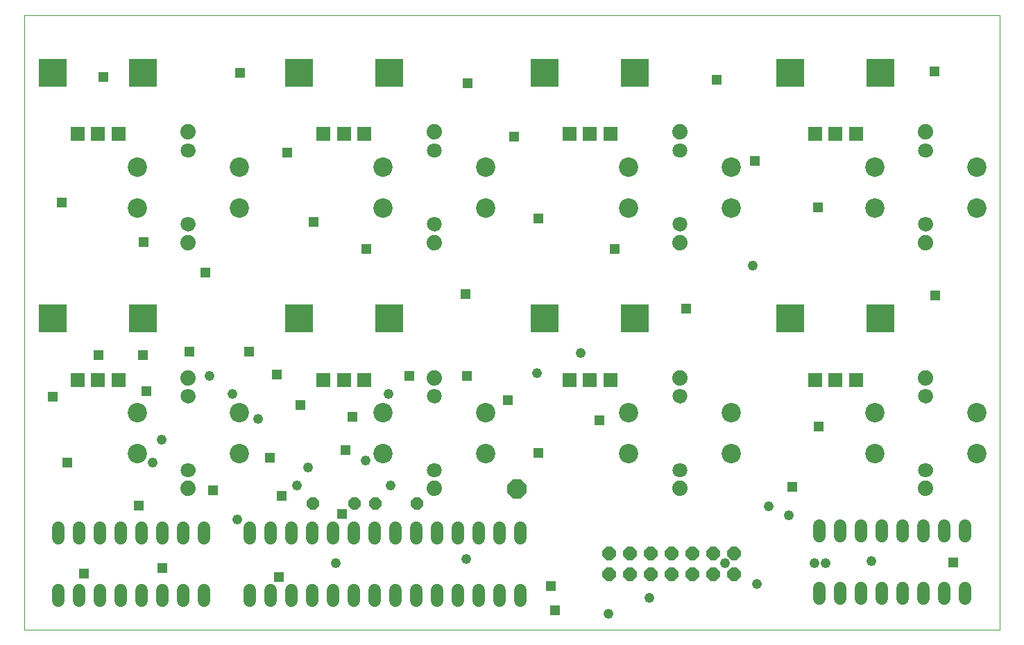
<source format=gts>
G75*
%MOIN*%
%OFA0B0*%
%FSLAX24Y24*%
%IPPOS*%
%LPD*%
%AMOC8*
5,1,8,0,0,1.08239X$1,22.5*
%
%ADD10C,0.0000*%
%ADD11C,0.0600*%
%ADD12OC8,0.0600*%
%ADD13OC8,0.0930*%
%ADD14C,0.0930*%
%ADD15C,0.0740*%
%ADD16C,0.0710*%
%ADD17OC8,0.0640*%
%ADD18R,0.0674X0.0674*%
%ADD19R,0.1346X0.1346*%
%ADD20R,0.0476X0.0476*%
%ADD21C,0.0480*%
D10*
X000870Y000574D02*
X000870Y030101D01*
X047721Y030101D01*
X047721Y000574D01*
X000870Y000574D01*
X008429Y008251D02*
X008431Y008286D01*
X008437Y008321D01*
X008447Y008355D01*
X008460Y008388D01*
X008477Y008419D01*
X008498Y008447D01*
X008521Y008474D01*
X008548Y008497D01*
X008576Y008518D01*
X008607Y008535D01*
X008640Y008548D01*
X008674Y008558D01*
X008709Y008564D01*
X008744Y008566D01*
X008779Y008564D01*
X008814Y008558D01*
X008848Y008548D01*
X008881Y008535D01*
X008912Y008518D01*
X008940Y008497D01*
X008967Y008474D01*
X008990Y008447D01*
X009011Y008419D01*
X009028Y008388D01*
X009041Y008355D01*
X009051Y008321D01*
X009057Y008286D01*
X009059Y008251D01*
X009057Y008216D01*
X009051Y008181D01*
X009041Y008147D01*
X009028Y008114D01*
X009011Y008083D01*
X008990Y008055D01*
X008967Y008028D01*
X008940Y008005D01*
X008912Y007984D01*
X008881Y007967D01*
X008848Y007954D01*
X008814Y007944D01*
X008779Y007938D01*
X008744Y007936D01*
X008709Y007938D01*
X008674Y007944D01*
X008640Y007954D01*
X008607Y007967D01*
X008576Y007984D01*
X008548Y008005D01*
X008521Y008028D01*
X008498Y008055D01*
X008477Y008083D01*
X008460Y008114D01*
X008447Y008147D01*
X008437Y008181D01*
X008431Y008216D01*
X008429Y008251D01*
X008429Y011794D02*
X008431Y011829D01*
X008437Y011864D01*
X008447Y011898D01*
X008460Y011931D01*
X008477Y011962D01*
X008498Y011990D01*
X008521Y012017D01*
X008548Y012040D01*
X008576Y012061D01*
X008607Y012078D01*
X008640Y012091D01*
X008674Y012101D01*
X008709Y012107D01*
X008744Y012109D01*
X008779Y012107D01*
X008814Y012101D01*
X008848Y012091D01*
X008881Y012078D01*
X008912Y012061D01*
X008940Y012040D01*
X008967Y012017D01*
X008990Y011990D01*
X009011Y011962D01*
X009028Y011931D01*
X009041Y011898D01*
X009051Y011864D01*
X009057Y011829D01*
X009059Y011794D01*
X009057Y011759D01*
X009051Y011724D01*
X009041Y011690D01*
X009028Y011657D01*
X009011Y011626D01*
X008990Y011598D01*
X008967Y011571D01*
X008940Y011548D01*
X008912Y011527D01*
X008881Y011510D01*
X008848Y011497D01*
X008814Y011487D01*
X008779Y011481D01*
X008744Y011479D01*
X008709Y011481D01*
X008674Y011487D01*
X008640Y011497D01*
X008607Y011510D01*
X008576Y011527D01*
X008548Y011548D01*
X008521Y011571D01*
X008498Y011598D01*
X008477Y011626D01*
X008460Y011657D01*
X008447Y011690D01*
X008437Y011724D01*
X008431Y011759D01*
X008429Y011794D01*
X020240Y011794D02*
X020242Y011829D01*
X020248Y011864D01*
X020258Y011898D01*
X020271Y011931D01*
X020288Y011962D01*
X020309Y011990D01*
X020332Y012017D01*
X020359Y012040D01*
X020387Y012061D01*
X020418Y012078D01*
X020451Y012091D01*
X020485Y012101D01*
X020520Y012107D01*
X020555Y012109D01*
X020590Y012107D01*
X020625Y012101D01*
X020659Y012091D01*
X020692Y012078D01*
X020723Y012061D01*
X020751Y012040D01*
X020778Y012017D01*
X020801Y011990D01*
X020822Y011962D01*
X020839Y011931D01*
X020852Y011898D01*
X020862Y011864D01*
X020868Y011829D01*
X020870Y011794D01*
X020868Y011759D01*
X020862Y011724D01*
X020852Y011690D01*
X020839Y011657D01*
X020822Y011626D01*
X020801Y011598D01*
X020778Y011571D01*
X020751Y011548D01*
X020723Y011527D01*
X020692Y011510D01*
X020659Y011497D01*
X020625Y011487D01*
X020590Y011481D01*
X020555Y011479D01*
X020520Y011481D01*
X020485Y011487D01*
X020451Y011497D01*
X020418Y011510D01*
X020387Y011527D01*
X020359Y011548D01*
X020332Y011571D01*
X020309Y011598D01*
X020288Y011626D01*
X020271Y011657D01*
X020258Y011690D01*
X020248Y011724D01*
X020242Y011759D01*
X020240Y011794D01*
X020240Y008251D02*
X020242Y008286D01*
X020248Y008321D01*
X020258Y008355D01*
X020271Y008388D01*
X020288Y008419D01*
X020309Y008447D01*
X020332Y008474D01*
X020359Y008497D01*
X020387Y008518D01*
X020418Y008535D01*
X020451Y008548D01*
X020485Y008558D01*
X020520Y008564D01*
X020555Y008566D01*
X020590Y008564D01*
X020625Y008558D01*
X020659Y008548D01*
X020692Y008535D01*
X020723Y008518D01*
X020751Y008497D01*
X020778Y008474D01*
X020801Y008447D01*
X020822Y008419D01*
X020839Y008388D01*
X020852Y008355D01*
X020862Y008321D01*
X020868Y008286D01*
X020870Y008251D01*
X020868Y008216D01*
X020862Y008181D01*
X020852Y008147D01*
X020839Y008114D01*
X020822Y008083D01*
X020801Y008055D01*
X020778Y008028D01*
X020751Y008005D01*
X020723Y007984D01*
X020692Y007967D01*
X020659Y007954D01*
X020625Y007944D01*
X020590Y007938D01*
X020555Y007936D01*
X020520Y007938D01*
X020485Y007944D01*
X020451Y007954D01*
X020418Y007967D01*
X020387Y007984D01*
X020359Y008005D01*
X020332Y008028D01*
X020309Y008055D01*
X020288Y008083D01*
X020271Y008114D01*
X020258Y008147D01*
X020248Y008181D01*
X020242Y008216D01*
X020240Y008251D01*
X032051Y008251D02*
X032053Y008286D01*
X032059Y008321D01*
X032069Y008355D01*
X032082Y008388D01*
X032099Y008419D01*
X032120Y008447D01*
X032143Y008474D01*
X032170Y008497D01*
X032198Y008518D01*
X032229Y008535D01*
X032262Y008548D01*
X032296Y008558D01*
X032331Y008564D01*
X032366Y008566D01*
X032401Y008564D01*
X032436Y008558D01*
X032470Y008548D01*
X032503Y008535D01*
X032534Y008518D01*
X032562Y008497D01*
X032589Y008474D01*
X032612Y008447D01*
X032633Y008419D01*
X032650Y008388D01*
X032663Y008355D01*
X032673Y008321D01*
X032679Y008286D01*
X032681Y008251D01*
X032679Y008216D01*
X032673Y008181D01*
X032663Y008147D01*
X032650Y008114D01*
X032633Y008083D01*
X032612Y008055D01*
X032589Y008028D01*
X032562Y008005D01*
X032534Y007984D01*
X032503Y007967D01*
X032470Y007954D01*
X032436Y007944D01*
X032401Y007938D01*
X032366Y007936D01*
X032331Y007938D01*
X032296Y007944D01*
X032262Y007954D01*
X032229Y007967D01*
X032198Y007984D01*
X032170Y008005D01*
X032143Y008028D01*
X032120Y008055D01*
X032099Y008083D01*
X032082Y008114D01*
X032069Y008147D01*
X032059Y008181D01*
X032053Y008216D01*
X032051Y008251D01*
X032051Y011794D02*
X032053Y011829D01*
X032059Y011864D01*
X032069Y011898D01*
X032082Y011931D01*
X032099Y011962D01*
X032120Y011990D01*
X032143Y012017D01*
X032170Y012040D01*
X032198Y012061D01*
X032229Y012078D01*
X032262Y012091D01*
X032296Y012101D01*
X032331Y012107D01*
X032366Y012109D01*
X032401Y012107D01*
X032436Y012101D01*
X032470Y012091D01*
X032503Y012078D01*
X032534Y012061D01*
X032562Y012040D01*
X032589Y012017D01*
X032612Y011990D01*
X032633Y011962D01*
X032650Y011931D01*
X032663Y011898D01*
X032673Y011864D01*
X032679Y011829D01*
X032681Y011794D01*
X032679Y011759D01*
X032673Y011724D01*
X032663Y011690D01*
X032650Y011657D01*
X032633Y011626D01*
X032612Y011598D01*
X032589Y011571D01*
X032562Y011548D01*
X032534Y011527D01*
X032503Y011510D01*
X032470Y011497D01*
X032436Y011487D01*
X032401Y011481D01*
X032366Y011479D01*
X032331Y011481D01*
X032296Y011487D01*
X032262Y011497D01*
X032229Y011510D01*
X032198Y011527D01*
X032170Y011548D01*
X032143Y011571D01*
X032120Y011598D01*
X032099Y011626D01*
X032082Y011657D01*
X032069Y011690D01*
X032059Y011724D01*
X032053Y011759D01*
X032051Y011794D01*
X043862Y011794D02*
X043864Y011829D01*
X043870Y011864D01*
X043880Y011898D01*
X043893Y011931D01*
X043910Y011962D01*
X043931Y011990D01*
X043954Y012017D01*
X043981Y012040D01*
X044009Y012061D01*
X044040Y012078D01*
X044073Y012091D01*
X044107Y012101D01*
X044142Y012107D01*
X044177Y012109D01*
X044212Y012107D01*
X044247Y012101D01*
X044281Y012091D01*
X044314Y012078D01*
X044345Y012061D01*
X044373Y012040D01*
X044400Y012017D01*
X044423Y011990D01*
X044444Y011962D01*
X044461Y011931D01*
X044474Y011898D01*
X044484Y011864D01*
X044490Y011829D01*
X044492Y011794D01*
X044490Y011759D01*
X044484Y011724D01*
X044474Y011690D01*
X044461Y011657D01*
X044444Y011626D01*
X044423Y011598D01*
X044400Y011571D01*
X044373Y011548D01*
X044345Y011527D01*
X044314Y011510D01*
X044281Y011497D01*
X044247Y011487D01*
X044212Y011481D01*
X044177Y011479D01*
X044142Y011481D01*
X044107Y011487D01*
X044073Y011497D01*
X044040Y011510D01*
X044009Y011527D01*
X043981Y011548D01*
X043954Y011571D01*
X043931Y011598D01*
X043910Y011626D01*
X043893Y011657D01*
X043880Y011690D01*
X043870Y011724D01*
X043864Y011759D01*
X043862Y011794D01*
X043862Y008251D02*
X043864Y008286D01*
X043870Y008321D01*
X043880Y008355D01*
X043893Y008388D01*
X043910Y008419D01*
X043931Y008447D01*
X043954Y008474D01*
X043981Y008497D01*
X044009Y008518D01*
X044040Y008535D01*
X044073Y008548D01*
X044107Y008558D01*
X044142Y008564D01*
X044177Y008566D01*
X044212Y008564D01*
X044247Y008558D01*
X044281Y008548D01*
X044314Y008535D01*
X044345Y008518D01*
X044373Y008497D01*
X044400Y008474D01*
X044423Y008447D01*
X044444Y008419D01*
X044461Y008388D01*
X044474Y008355D01*
X044484Y008321D01*
X044490Y008286D01*
X044492Y008251D01*
X044490Y008216D01*
X044484Y008181D01*
X044474Y008147D01*
X044461Y008114D01*
X044444Y008083D01*
X044423Y008055D01*
X044400Y008028D01*
X044373Y008005D01*
X044345Y007984D01*
X044314Y007967D01*
X044281Y007954D01*
X044247Y007944D01*
X044212Y007938D01*
X044177Y007936D01*
X044142Y007938D01*
X044107Y007944D01*
X044073Y007954D01*
X044040Y007967D01*
X044009Y007984D01*
X043981Y008005D01*
X043954Y008028D01*
X043931Y008055D01*
X043910Y008083D01*
X043893Y008114D01*
X043880Y008147D01*
X043870Y008181D01*
X043864Y008216D01*
X043862Y008251D01*
X043862Y020062D02*
X043864Y020097D01*
X043870Y020132D01*
X043880Y020166D01*
X043893Y020199D01*
X043910Y020230D01*
X043931Y020258D01*
X043954Y020285D01*
X043981Y020308D01*
X044009Y020329D01*
X044040Y020346D01*
X044073Y020359D01*
X044107Y020369D01*
X044142Y020375D01*
X044177Y020377D01*
X044212Y020375D01*
X044247Y020369D01*
X044281Y020359D01*
X044314Y020346D01*
X044345Y020329D01*
X044373Y020308D01*
X044400Y020285D01*
X044423Y020258D01*
X044444Y020230D01*
X044461Y020199D01*
X044474Y020166D01*
X044484Y020132D01*
X044490Y020097D01*
X044492Y020062D01*
X044490Y020027D01*
X044484Y019992D01*
X044474Y019958D01*
X044461Y019925D01*
X044444Y019894D01*
X044423Y019866D01*
X044400Y019839D01*
X044373Y019816D01*
X044345Y019795D01*
X044314Y019778D01*
X044281Y019765D01*
X044247Y019755D01*
X044212Y019749D01*
X044177Y019747D01*
X044142Y019749D01*
X044107Y019755D01*
X044073Y019765D01*
X044040Y019778D01*
X044009Y019795D01*
X043981Y019816D01*
X043954Y019839D01*
X043931Y019866D01*
X043910Y019894D01*
X043893Y019925D01*
X043880Y019958D01*
X043870Y019992D01*
X043864Y020027D01*
X043862Y020062D01*
X043862Y023605D02*
X043864Y023640D01*
X043870Y023675D01*
X043880Y023709D01*
X043893Y023742D01*
X043910Y023773D01*
X043931Y023801D01*
X043954Y023828D01*
X043981Y023851D01*
X044009Y023872D01*
X044040Y023889D01*
X044073Y023902D01*
X044107Y023912D01*
X044142Y023918D01*
X044177Y023920D01*
X044212Y023918D01*
X044247Y023912D01*
X044281Y023902D01*
X044314Y023889D01*
X044345Y023872D01*
X044373Y023851D01*
X044400Y023828D01*
X044423Y023801D01*
X044444Y023773D01*
X044461Y023742D01*
X044474Y023709D01*
X044484Y023675D01*
X044490Y023640D01*
X044492Y023605D01*
X044490Y023570D01*
X044484Y023535D01*
X044474Y023501D01*
X044461Y023468D01*
X044444Y023437D01*
X044423Y023409D01*
X044400Y023382D01*
X044373Y023359D01*
X044345Y023338D01*
X044314Y023321D01*
X044281Y023308D01*
X044247Y023298D01*
X044212Y023292D01*
X044177Y023290D01*
X044142Y023292D01*
X044107Y023298D01*
X044073Y023308D01*
X044040Y023321D01*
X044009Y023338D01*
X043981Y023359D01*
X043954Y023382D01*
X043931Y023409D01*
X043910Y023437D01*
X043893Y023468D01*
X043880Y023501D01*
X043870Y023535D01*
X043864Y023570D01*
X043862Y023605D01*
X032051Y023605D02*
X032053Y023640D01*
X032059Y023675D01*
X032069Y023709D01*
X032082Y023742D01*
X032099Y023773D01*
X032120Y023801D01*
X032143Y023828D01*
X032170Y023851D01*
X032198Y023872D01*
X032229Y023889D01*
X032262Y023902D01*
X032296Y023912D01*
X032331Y023918D01*
X032366Y023920D01*
X032401Y023918D01*
X032436Y023912D01*
X032470Y023902D01*
X032503Y023889D01*
X032534Y023872D01*
X032562Y023851D01*
X032589Y023828D01*
X032612Y023801D01*
X032633Y023773D01*
X032650Y023742D01*
X032663Y023709D01*
X032673Y023675D01*
X032679Y023640D01*
X032681Y023605D01*
X032679Y023570D01*
X032673Y023535D01*
X032663Y023501D01*
X032650Y023468D01*
X032633Y023437D01*
X032612Y023409D01*
X032589Y023382D01*
X032562Y023359D01*
X032534Y023338D01*
X032503Y023321D01*
X032470Y023308D01*
X032436Y023298D01*
X032401Y023292D01*
X032366Y023290D01*
X032331Y023292D01*
X032296Y023298D01*
X032262Y023308D01*
X032229Y023321D01*
X032198Y023338D01*
X032170Y023359D01*
X032143Y023382D01*
X032120Y023409D01*
X032099Y023437D01*
X032082Y023468D01*
X032069Y023501D01*
X032059Y023535D01*
X032053Y023570D01*
X032051Y023605D01*
X032051Y020062D02*
X032053Y020097D01*
X032059Y020132D01*
X032069Y020166D01*
X032082Y020199D01*
X032099Y020230D01*
X032120Y020258D01*
X032143Y020285D01*
X032170Y020308D01*
X032198Y020329D01*
X032229Y020346D01*
X032262Y020359D01*
X032296Y020369D01*
X032331Y020375D01*
X032366Y020377D01*
X032401Y020375D01*
X032436Y020369D01*
X032470Y020359D01*
X032503Y020346D01*
X032534Y020329D01*
X032562Y020308D01*
X032589Y020285D01*
X032612Y020258D01*
X032633Y020230D01*
X032650Y020199D01*
X032663Y020166D01*
X032673Y020132D01*
X032679Y020097D01*
X032681Y020062D01*
X032679Y020027D01*
X032673Y019992D01*
X032663Y019958D01*
X032650Y019925D01*
X032633Y019894D01*
X032612Y019866D01*
X032589Y019839D01*
X032562Y019816D01*
X032534Y019795D01*
X032503Y019778D01*
X032470Y019765D01*
X032436Y019755D01*
X032401Y019749D01*
X032366Y019747D01*
X032331Y019749D01*
X032296Y019755D01*
X032262Y019765D01*
X032229Y019778D01*
X032198Y019795D01*
X032170Y019816D01*
X032143Y019839D01*
X032120Y019866D01*
X032099Y019894D01*
X032082Y019925D01*
X032069Y019958D01*
X032059Y019992D01*
X032053Y020027D01*
X032051Y020062D01*
X020240Y020062D02*
X020242Y020097D01*
X020248Y020132D01*
X020258Y020166D01*
X020271Y020199D01*
X020288Y020230D01*
X020309Y020258D01*
X020332Y020285D01*
X020359Y020308D01*
X020387Y020329D01*
X020418Y020346D01*
X020451Y020359D01*
X020485Y020369D01*
X020520Y020375D01*
X020555Y020377D01*
X020590Y020375D01*
X020625Y020369D01*
X020659Y020359D01*
X020692Y020346D01*
X020723Y020329D01*
X020751Y020308D01*
X020778Y020285D01*
X020801Y020258D01*
X020822Y020230D01*
X020839Y020199D01*
X020852Y020166D01*
X020862Y020132D01*
X020868Y020097D01*
X020870Y020062D01*
X020868Y020027D01*
X020862Y019992D01*
X020852Y019958D01*
X020839Y019925D01*
X020822Y019894D01*
X020801Y019866D01*
X020778Y019839D01*
X020751Y019816D01*
X020723Y019795D01*
X020692Y019778D01*
X020659Y019765D01*
X020625Y019755D01*
X020590Y019749D01*
X020555Y019747D01*
X020520Y019749D01*
X020485Y019755D01*
X020451Y019765D01*
X020418Y019778D01*
X020387Y019795D01*
X020359Y019816D01*
X020332Y019839D01*
X020309Y019866D01*
X020288Y019894D01*
X020271Y019925D01*
X020258Y019958D01*
X020248Y019992D01*
X020242Y020027D01*
X020240Y020062D01*
X020240Y023605D02*
X020242Y023640D01*
X020248Y023675D01*
X020258Y023709D01*
X020271Y023742D01*
X020288Y023773D01*
X020309Y023801D01*
X020332Y023828D01*
X020359Y023851D01*
X020387Y023872D01*
X020418Y023889D01*
X020451Y023902D01*
X020485Y023912D01*
X020520Y023918D01*
X020555Y023920D01*
X020590Y023918D01*
X020625Y023912D01*
X020659Y023902D01*
X020692Y023889D01*
X020723Y023872D01*
X020751Y023851D01*
X020778Y023828D01*
X020801Y023801D01*
X020822Y023773D01*
X020839Y023742D01*
X020852Y023709D01*
X020862Y023675D01*
X020868Y023640D01*
X020870Y023605D01*
X020868Y023570D01*
X020862Y023535D01*
X020852Y023501D01*
X020839Y023468D01*
X020822Y023437D01*
X020801Y023409D01*
X020778Y023382D01*
X020751Y023359D01*
X020723Y023338D01*
X020692Y023321D01*
X020659Y023308D01*
X020625Y023298D01*
X020590Y023292D01*
X020555Y023290D01*
X020520Y023292D01*
X020485Y023298D01*
X020451Y023308D01*
X020418Y023321D01*
X020387Y023338D01*
X020359Y023359D01*
X020332Y023382D01*
X020309Y023409D01*
X020288Y023437D01*
X020271Y023468D01*
X020258Y023501D01*
X020248Y023535D01*
X020242Y023570D01*
X020240Y023605D01*
X008429Y023605D02*
X008431Y023640D01*
X008437Y023675D01*
X008447Y023709D01*
X008460Y023742D01*
X008477Y023773D01*
X008498Y023801D01*
X008521Y023828D01*
X008548Y023851D01*
X008576Y023872D01*
X008607Y023889D01*
X008640Y023902D01*
X008674Y023912D01*
X008709Y023918D01*
X008744Y023920D01*
X008779Y023918D01*
X008814Y023912D01*
X008848Y023902D01*
X008881Y023889D01*
X008912Y023872D01*
X008940Y023851D01*
X008967Y023828D01*
X008990Y023801D01*
X009011Y023773D01*
X009028Y023742D01*
X009041Y023709D01*
X009051Y023675D01*
X009057Y023640D01*
X009059Y023605D01*
X009057Y023570D01*
X009051Y023535D01*
X009041Y023501D01*
X009028Y023468D01*
X009011Y023437D01*
X008990Y023409D01*
X008967Y023382D01*
X008940Y023359D01*
X008912Y023338D01*
X008881Y023321D01*
X008848Y023308D01*
X008814Y023298D01*
X008779Y023292D01*
X008744Y023290D01*
X008709Y023292D01*
X008674Y023298D01*
X008640Y023308D01*
X008607Y023321D01*
X008576Y023338D01*
X008548Y023359D01*
X008521Y023382D01*
X008498Y023409D01*
X008477Y023437D01*
X008460Y023468D01*
X008447Y023501D01*
X008437Y023535D01*
X008431Y023570D01*
X008429Y023605D01*
X008429Y020062D02*
X008431Y020097D01*
X008437Y020132D01*
X008447Y020166D01*
X008460Y020199D01*
X008477Y020230D01*
X008498Y020258D01*
X008521Y020285D01*
X008548Y020308D01*
X008576Y020329D01*
X008607Y020346D01*
X008640Y020359D01*
X008674Y020369D01*
X008709Y020375D01*
X008744Y020377D01*
X008779Y020375D01*
X008814Y020369D01*
X008848Y020359D01*
X008881Y020346D01*
X008912Y020329D01*
X008940Y020308D01*
X008967Y020285D01*
X008990Y020258D01*
X009011Y020230D01*
X009028Y020199D01*
X009041Y020166D01*
X009051Y020132D01*
X009057Y020097D01*
X009059Y020062D01*
X009057Y020027D01*
X009051Y019992D01*
X009041Y019958D01*
X009028Y019925D01*
X009011Y019894D01*
X008990Y019866D01*
X008967Y019839D01*
X008940Y019816D01*
X008912Y019795D01*
X008881Y019778D01*
X008848Y019765D01*
X008814Y019755D01*
X008779Y019749D01*
X008744Y019747D01*
X008709Y019749D01*
X008674Y019755D01*
X008640Y019765D01*
X008607Y019778D01*
X008576Y019795D01*
X008548Y019816D01*
X008521Y019839D01*
X008498Y019866D01*
X008477Y019894D01*
X008460Y019925D01*
X008447Y019958D01*
X008437Y019992D01*
X008431Y020027D01*
X008429Y020062D01*
D11*
X008488Y005483D02*
X008488Y004963D01*
X007488Y004963D02*
X007488Y005483D01*
X006488Y005483D02*
X006488Y004963D01*
X005488Y004963D02*
X005488Y005483D01*
X004488Y005483D02*
X004488Y004963D01*
X003488Y004963D02*
X003488Y005483D01*
X002488Y005483D02*
X002488Y004963D01*
X002488Y002483D02*
X002488Y001963D01*
X003488Y001963D02*
X003488Y002483D01*
X004488Y002483D02*
X004488Y001963D01*
X005488Y001963D02*
X005488Y002483D01*
X006488Y002483D02*
X006488Y001963D01*
X007488Y001963D02*
X007488Y002483D01*
X008488Y002483D02*
X008488Y001963D01*
X009488Y001963D02*
X009488Y002483D01*
X011693Y002483D02*
X011693Y001963D01*
X012693Y001963D02*
X012693Y002483D01*
X013693Y002483D02*
X013693Y001963D01*
X014693Y001963D02*
X014693Y002483D01*
X015693Y002483D02*
X015693Y001963D01*
X016693Y001963D02*
X016693Y002483D01*
X017693Y002483D02*
X017693Y001963D01*
X018693Y001963D02*
X018693Y002483D01*
X019693Y002483D02*
X019693Y001963D01*
X020693Y001963D02*
X020693Y002483D01*
X021693Y002483D02*
X021693Y001963D01*
X022693Y001963D02*
X022693Y002483D01*
X023693Y002483D02*
X023693Y001963D01*
X024693Y001963D02*
X024693Y002483D01*
X024693Y004963D02*
X024693Y005483D01*
X023693Y005483D02*
X023693Y004963D01*
X022693Y004963D02*
X022693Y005483D01*
X021693Y005483D02*
X021693Y004963D01*
X020693Y004963D02*
X020693Y005483D01*
X019693Y005483D02*
X019693Y004963D01*
X018693Y004963D02*
X018693Y005483D01*
X017693Y005483D02*
X017693Y004963D01*
X016693Y004963D02*
X016693Y005483D01*
X015693Y005483D02*
X015693Y004963D01*
X014693Y004963D02*
X014693Y005483D01*
X013693Y005483D02*
X013693Y004963D01*
X012693Y004963D02*
X012693Y005483D01*
X011693Y005483D02*
X011693Y004963D01*
X009488Y004963D02*
X009488Y005483D01*
X039051Y005582D02*
X039051Y005062D01*
X040051Y005062D02*
X040051Y005582D01*
X041051Y005582D02*
X041051Y005062D01*
X042051Y005062D02*
X042051Y005582D01*
X043051Y005582D02*
X043051Y005062D01*
X044051Y005062D02*
X044051Y005582D01*
X045051Y005582D02*
X045051Y005062D01*
X046051Y005062D02*
X046051Y005582D01*
X046051Y002582D02*
X046051Y002062D01*
X045051Y002062D02*
X045051Y002582D01*
X044051Y002582D02*
X044051Y002062D01*
X043051Y002062D02*
X043051Y002582D01*
X042051Y002582D02*
X042051Y002062D01*
X041051Y002062D02*
X041051Y002582D01*
X040051Y002582D02*
X040051Y002062D01*
X039051Y002062D02*
X039051Y002582D01*
D12*
X019728Y006652D03*
X017728Y006652D03*
X016728Y006652D03*
X014728Y006652D03*
D13*
X024539Y007334D03*
D14*
X023016Y009038D03*
X023016Y011007D03*
X018095Y011007D03*
X018095Y009038D03*
X011205Y009038D03*
X011205Y011007D03*
X006284Y011007D03*
X006284Y009038D03*
X006284Y020849D03*
X006284Y022818D03*
X011205Y022818D03*
X011205Y020849D03*
X018095Y020849D03*
X018095Y022818D03*
X023016Y022818D03*
X023016Y020849D03*
X029906Y020849D03*
X029906Y022818D03*
X034827Y022818D03*
X034827Y020849D03*
X041717Y020849D03*
X041717Y022818D03*
X046638Y022818D03*
X046638Y020849D03*
X046638Y011007D03*
X046638Y009038D03*
X041717Y009038D03*
X041717Y011007D03*
X034827Y011007D03*
X034827Y009038D03*
X029906Y009038D03*
X029906Y011007D03*
D15*
X032366Y012680D03*
X032366Y007365D03*
X020555Y007365D03*
X020555Y012680D03*
X020555Y019176D03*
X020555Y024491D03*
X008744Y024491D03*
X008744Y019176D03*
X008744Y012680D03*
X008744Y007365D03*
X032366Y019176D03*
X032366Y024491D03*
X044177Y024491D03*
X044177Y019176D03*
X044177Y012680D03*
X044177Y007365D03*
D16*
X044177Y008251D03*
X044177Y011794D03*
X032366Y011794D03*
X032366Y008251D03*
X020555Y008251D03*
X020555Y011794D03*
X008744Y011794D03*
X008744Y008251D03*
X008744Y020062D03*
X008744Y023605D03*
X020555Y023605D03*
X020555Y020062D03*
X032366Y020062D03*
X032366Y023605D03*
X044177Y023605D03*
X044177Y020062D03*
D17*
X034972Y004223D03*
X033972Y004223D03*
X032972Y004223D03*
X031972Y004223D03*
X030972Y004223D03*
X029972Y004223D03*
X028972Y004223D03*
X028972Y003223D03*
X029972Y003223D03*
X030972Y003223D03*
X031972Y003223D03*
X032972Y003223D03*
X033972Y003223D03*
X034972Y003223D03*
D18*
X038862Y012582D03*
X039847Y012582D03*
X040831Y012582D03*
X029020Y012582D03*
X028035Y012582D03*
X027051Y012582D03*
X017209Y012582D03*
X016224Y012582D03*
X015240Y012582D03*
X005398Y012582D03*
X004413Y012582D03*
X003429Y012582D03*
X003429Y024393D03*
X004413Y024393D03*
X005398Y024393D03*
X015240Y024393D03*
X016224Y024393D03*
X017209Y024393D03*
X027051Y024393D03*
X028035Y024393D03*
X029020Y024393D03*
X038862Y024393D03*
X039847Y024393D03*
X040831Y024393D03*
D19*
X042012Y027345D03*
X037681Y027345D03*
X030201Y027345D03*
X025870Y027345D03*
X018390Y027345D03*
X014059Y027345D03*
X006579Y027345D03*
X002248Y027345D03*
X002248Y015534D03*
X006579Y015534D03*
X014059Y015534D03*
X018390Y015534D03*
X025870Y015534D03*
X030201Y015534D03*
X037681Y015534D03*
X042012Y015534D03*
D20*
X044646Y016629D03*
X038984Y020865D03*
X035953Y023086D03*
X034122Y027003D03*
X024398Y024274D03*
X022161Y026822D03*
X013488Y023503D03*
X014764Y020184D03*
X017315Y018857D03*
X022059Y016715D03*
X025579Y020337D03*
X029240Y018857D03*
X032669Y015999D03*
X028488Y010641D03*
X025579Y009058D03*
X024098Y011597D03*
X022130Y012778D03*
X019374Y012778D03*
X016618Y010810D03*
X016295Y009192D03*
X014134Y011377D03*
X012984Y012841D03*
X011661Y013920D03*
X008803Y013920D03*
X006575Y013782D03*
X006748Y012038D03*
X004417Y013782D03*
X002221Y011759D03*
X002917Y008617D03*
X006358Y006519D03*
X009925Y007267D03*
X012681Y008841D03*
X013232Y007007D03*
X016118Y006137D03*
X013102Y003113D03*
X007488Y003530D03*
X003724Y003263D03*
X026154Y002668D03*
X026370Y001499D03*
X037760Y007440D03*
X039035Y010349D03*
X045512Y003814D03*
X009563Y017735D03*
X006602Y019215D03*
X002673Y021105D03*
X004665Y027125D03*
X011244Y027330D03*
X044614Y027416D03*
D21*
X035850Y018064D03*
X027600Y013884D03*
X025510Y012894D03*
X018360Y011904D03*
X017260Y008714D03*
X018470Y007504D03*
X014510Y008384D03*
X013960Y007504D03*
X011100Y005854D03*
X007030Y008604D03*
X007470Y009704D03*
X010880Y011904D03*
X009780Y012784D03*
X012090Y010694D03*
X022100Y003984D03*
X015830Y003764D03*
X028920Y001344D03*
X030900Y002114D03*
X034530Y003764D03*
X036070Y002774D03*
X038820Y003764D03*
X039370Y003764D03*
X041570Y003874D03*
X037610Y006074D03*
X036620Y006514D03*
M02*

</source>
